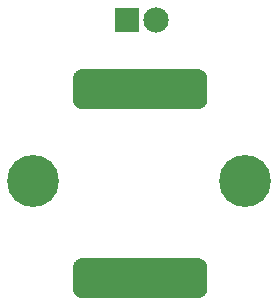
<source format=gts>
G04 #@! TF.GenerationSoftware,KiCad,Pcbnew,(5.0.0-rc2-66-g0a91f0b)*
G04 #@! TF.CreationDate,2018-07-23T17:51:53-04:00*
G04 #@! TF.ProjectId,airmount,6169726D6F756E742E6B696361645F70,rev?*
G04 #@! TF.SameCoordinates,Original*
G04 #@! TF.FileFunction,Soldermask,Top*
G04 #@! TF.FilePolarity,Negative*
%FSLAX46Y46*%
G04 Gerber Fmt 4.6, Leading zero omitted, Abs format (unit mm)*
G04 Created by KiCad (PCBNEW (5.0.0-rc2-66-g0a91f0b)) date Monday, July 23, 2018 at 05:51:53 PM*
%MOMM*%
%LPD*%
G01*
G04 APERTURE LIST*
%ADD10R,2.150000X2.150000*%
%ADD11C,2.150000*%
%ADD12C,4.400000*%
%ADD13C,0.100000*%
%ADD14C,3.400000*%
G04 APERTURE END LIST*
D10*
G04 #@! TO.C,J1*
X133350000Y-74930000D03*
D11*
X135850000Y-74930000D03*
G04 #@! TD*
D12*
G04 #@! TO.C,M1*
X143390000Y-88587500D03*
X125390000Y-88587500D03*
G04 #@! TD*
D13*
G04 #@! TO.C,M2*
G36*
X139426315Y-95102493D02*
X139508827Y-95114733D01*
X139589742Y-95135001D01*
X139668281Y-95163102D01*
X139743687Y-95198767D01*
X139815235Y-95241651D01*
X139882234Y-95291341D01*
X139944041Y-95347359D01*
X140000059Y-95409166D01*
X140049749Y-95476165D01*
X140092633Y-95547713D01*
X140128298Y-95623119D01*
X140156399Y-95701658D01*
X140176667Y-95782573D01*
X140188907Y-95865085D01*
X140193000Y-95948400D01*
X140193000Y-97648400D01*
X140188907Y-97731715D01*
X140176667Y-97814227D01*
X140156399Y-97895142D01*
X140128298Y-97973681D01*
X140092633Y-98049087D01*
X140049749Y-98120635D01*
X140000059Y-98187634D01*
X139944041Y-98249441D01*
X139882234Y-98305459D01*
X139815235Y-98355149D01*
X139743687Y-98398033D01*
X139668281Y-98433698D01*
X139589742Y-98461799D01*
X139508827Y-98482067D01*
X139426315Y-98494307D01*
X139343000Y-98498400D01*
X129643000Y-98498400D01*
X129559685Y-98494307D01*
X129477173Y-98482067D01*
X129396258Y-98461799D01*
X129317719Y-98433698D01*
X129242313Y-98398033D01*
X129170765Y-98355149D01*
X129103766Y-98305459D01*
X129041959Y-98249441D01*
X128985941Y-98187634D01*
X128936251Y-98120635D01*
X128893367Y-98049087D01*
X128857702Y-97973681D01*
X128829601Y-97895142D01*
X128809333Y-97814227D01*
X128797093Y-97731715D01*
X128793000Y-97648400D01*
X128793000Y-95948400D01*
X128797093Y-95865085D01*
X128809333Y-95782573D01*
X128829601Y-95701658D01*
X128857702Y-95623119D01*
X128893367Y-95547713D01*
X128936251Y-95476165D01*
X128985941Y-95409166D01*
X129041959Y-95347359D01*
X129103766Y-95291341D01*
X129170765Y-95241651D01*
X129242313Y-95198767D01*
X129317719Y-95163102D01*
X129396258Y-95135001D01*
X129477173Y-95114733D01*
X129559685Y-95102493D01*
X129643000Y-95098400D01*
X139343000Y-95098400D01*
X139426315Y-95102493D01*
X139426315Y-95102493D01*
G37*
D14*
X134493000Y-96798400D03*
D13*
G36*
X139426315Y-79102493D02*
X139508827Y-79114733D01*
X139589742Y-79135001D01*
X139668281Y-79163102D01*
X139743687Y-79198767D01*
X139815235Y-79241651D01*
X139882234Y-79291341D01*
X139944041Y-79347359D01*
X140000059Y-79409166D01*
X140049749Y-79476165D01*
X140092633Y-79547713D01*
X140128298Y-79623119D01*
X140156399Y-79701658D01*
X140176667Y-79782573D01*
X140188907Y-79865085D01*
X140193000Y-79948400D01*
X140193000Y-81648400D01*
X140188907Y-81731715D01*
X140176667Y-81814227D01*
X140156399Y-81895142D01*
X140128298Y-81973681D01*
X140092633Y-82049087D01*
X140049749Y-82120635D01*
X140000059Y-82187634D01*
X139944041Y-82249441D01*
X139882234Y-82305459D01*
X139815235Y-82355149D01*
X139743687Y-82398033D01*
X139668281Y-82433698D01*
X139589742Y-82461799D01*
X139508827Y-82482067D01*
X139426315Y-82494307D01*
X139343000Y-82498400D01*
X129643000Y-82498400D01*
X129559685Y-82494307D01*
X129477173Y-82482067D01*
X129396258Y-82461799D01*
X129317719Y-82433698D01*
X129242313Y-82398033D01*
X129170765Y-82355149D01*
X129103766Y-82305459D01*
X129041959Y-82249441D01*
X128985941Y-82187634D01*
X128936251Y-82120635D01*
X128893367Y-82049087D01*
X128857702Y-81973681D01*
X128829601Y-81895142D01*
X128809333Y-81814227D01*
X128797093Y-81731715D01*
X128793000Y-81648400D01*
X128793000Y-79948400D01*
X128797093Y-79865085D01*
X128809333Y-79782573D01*
X128829601Y-79701658D01*
X128857702Y-79623119D01*
X128893367Y-79547713D01*
X128936251Y-79476165D01*
X128985941Y-79409166D01*
X129041959Y-79347359D01*
X129103766Y-79291341D01*
X129170765Y-79241651D01*
X129242313Y-79198767D01*
X129317719Y-79163102D01*
X129396258Y-79135001D01*
X129477173Y-79114733D01*
X129559685Y-79102493D01*
X129643000Y-79098400D01*
X139343000Y-79098400D01*
X139426315Y-79102493D01*
X139426315Y-79102493D01*
G37*
D14*
X134493000Y-80798400D03*
G04 #@! TD*
M02*

</source>
